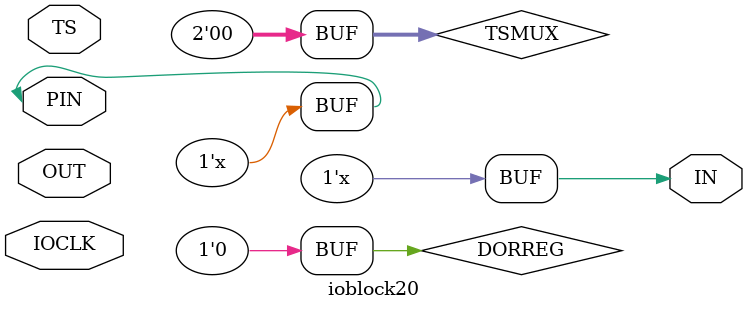
<source format=v>
module ioblock20(
	       inout  PIN,
	       input  TS,
	       input  OUT,
	       output IN,
	       input IOCLK
	       );
   
   reg 		     D;
   reg [2-1:0] 	     TSMUX;
   reg 		     DORREG;

   assign PIN = ( TSMUX == 2'b00 ) ? 1'bz : (( TSMUX == 2'b01 && TS == 1'b1 ) ? OUT : (( TSMUX == 2'b01 && TS == 1'b0 ) ? 1'bz : OUT));
   assign IN  = ( DORREG == 1'b0 ) ? PIN  : D;
   
   initial
     begin
	D=1'b0;
	TSMUX=2'b00;
	DORREG=1'b0;
     end
   
   always @(posedge IOCLK) D=PIN;
   
endmodule       

</source>
